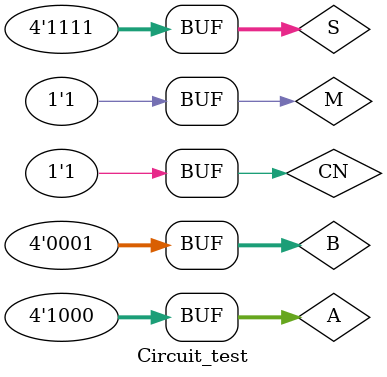
<source format=v>
`timescale 1ns / 1ps


module Circuit_test;

	// Inputs
	reg [3:0] S;
	reg [3:0] A;
	reg [3:0] B;
	reg M;
	reg CN;

	// Outputs
	wire [3:0] F;
	wire G;
	wire P;
	wire CN4b;
	wire AEB;

	// Instantiate the Unit Under Test (UUT)
	Circuit74181 uut (
		.S(S), 
		.A(A), 
		.B(B), 
		.M(M), 
		.CN(CN), 
		.F(F), 
		.G(G), 
		.P(P), 
		.CN4b(CN4b), 
		.AEB(AEB)
	);

	initial begin
	
	// m = 0 operates with active high in/out  (cn = 1)
      //1
	   S = 4'b0000;
		A = 4'b0100;
		B = 4'b0010;
		M = 0;
	   CN = 1;
		//2
		#100; S = 4'b0001;
		//3
		#100; S = 4'b0010; B = 4'b0100;
		//4
		#100; S = 4'b0011;
		//5
		#100; S = 4'b0100;
		//6
		#100;	S = 4'b0101; A = 4'b0011; B = 4'b0001;
		//7
		#100; S = 4'b0110;
		//8
		#100; S = 4'b0111;
		//9
		#100; S = 4'b1000; A = 4'b0001; B = 4'b0010;
		//10
		#100; S = 4'b1001; A = 4'b0011;
		//11
		#100; S = 4'b1010;
		//12
		#100; S = 4'b1011;
		//13
		#100; S = 4'b1100; A = 4'b0100; B = 4'b0001;
		//14
		#100; S = 4'b1101;
		//15
		#100; S = 4'b1110; A = 4'b1000;
		//16
		#100; S = 4'b1111;
		
		////// m = 0 operates with active low in/out (cn = 0)
		
		//1
		#100; CN = 0; M = 0; S = 4'b0000; A = 4'b0100; B = 4'b0010;
		//2
		#100; S = 4'b0001;
		//3
		#100; S = 4'b0010; B = 4'b0100;
		//4
		#100; S = 4'b0011;
		//5
		#100; S = 4'b0100;
		//6
		#100;	S = 4'b0101; A = 4'b0011; B = 4'b0001;
		//7
		#100; S = 4'b0110;
		//8
		#100; S = 4'b0111;
		//9
		#100; S = 4'b1000; A = 4'b0001; B = 4'b0010;
		//10
		#100; S = 4'b1001; A = 4'b0011;
		//11
		#100; S = 4'b1010;
		//12
		#100; S = 4'b1011;
		//13
		#100; S = 4'b1100; A = 4'b0100; B = 4'b0001;
		//14
		#100; S = 4'b1101;
		//15
		#100; S = 4'b1110; A = 4'b1000;
		//16
		#100; S = 4'b1111;
		
		// m = 1 operates with active high in/out  (cn = 1)
      //1
		#100;
	   S = 4'b0000;
		A = 4'b0100;
		B = 4'b0010;
		M = 1;
		CN = 1;
		//2
		#100; S = 4'b0001;
		//3
		#100; S = 4'b0010; B = 4'b0100;
		//4
		#100; S = 4'b0011;
		//5
		#100; S = 4'b0100;
		//6
		#100;	S = 4'b0101; A = 4'b0011; B = 4'b0001;
		//7
		#100; S = 4'b0110;
		//8
		#100; S = 4'b0111;
		//9
		#100; S = 4'b1000; A = 4'b0001; B = 4'b0010;
		//10
		#100; S = 4'b1001; A = 4'b0011;
		//11
		#100; S = 4'b1010;
		//12
		#100; S = 4'b1011;
		//13
		#100; S = 4'b1100; A = 4'b0100; B = 4'b0001;
		//14
		#100; S = 4'b1101;
		//15
		#100; S = 4'b1110; A = 4'b1000;
		//16
		#100; S = 4'b1111;
		
		////// m = 1 operates with active low in/out (cn = 0)
		
		//1
		#100; CN = 1; M = 1; S = 4'b0000; A = 4'b0100; B = 4'b0010;
		//2
		#100; S = 4'b0001;
		//3
		#100; S = 4'b0010; B = 4'b0100;
		//4
		#100; S = 4'b0011;
		//5
		#100; S = 4'b0100;
		//6
		#100;	S = 4'b0101; A = 4'b0011; B = 4'b0001;
		//7
		#100; S = 4'b0110;
		//8
		#100; S = 4'b0111;
		//9
		#100; S = 4'b1000; A = 4'b0001; B = 4'b0010;
		//10
		#100; S = 4'b1001; A = 4'b0011;
		//11
		#100; S = 4'b1010;
		//12
		#100; S = 4'b1011;
		//13
		#100; S = 4'b1100; A = 4'b0100; B = 4'b0001;
		//14
		#100; S = 4'b1101;
		//15
		#100; S = 4'b1110; A = 4'b1000;
		//16
		#100; S = 4'b1111;
		
		

	end
      
endmodule


</source>
